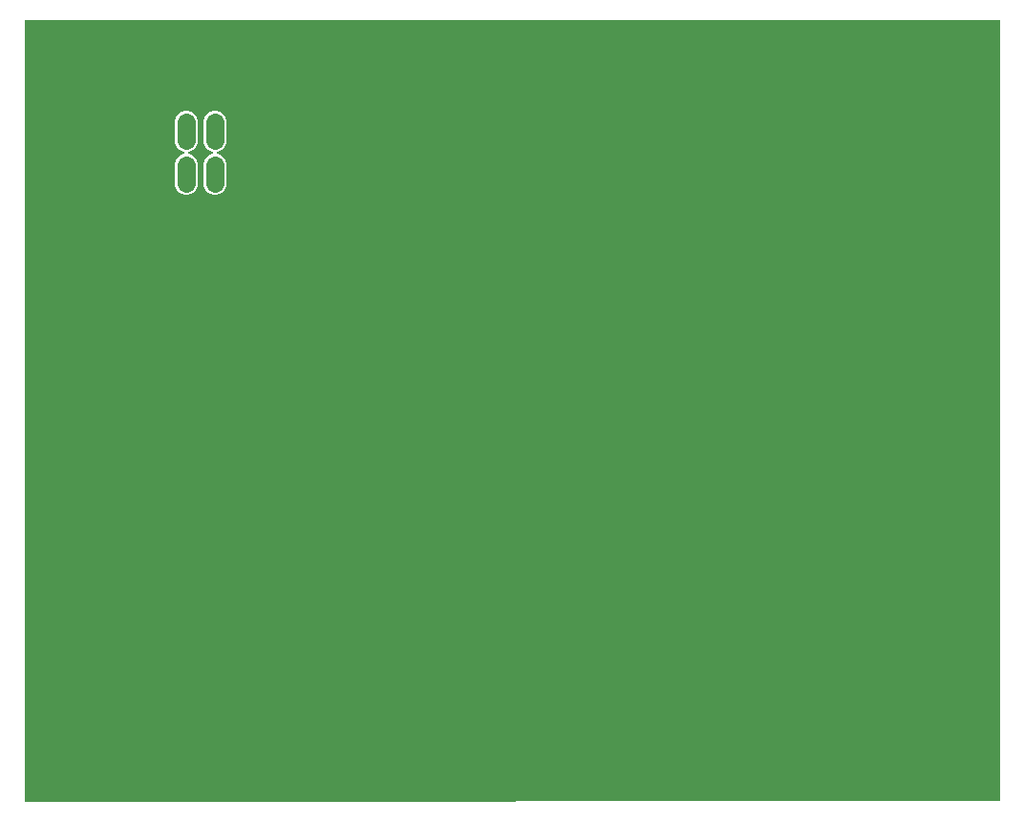
<source format=gbl>
G04 EAGLE Gerber RS-274X export*
G75*
%MOMM*%
%FSLAX34Y34*%
%LPD*%
%INBottom Copper*%
%IPPOS*%
%AMOC8*
5,1,8,0,0,1.08239X$1,22.5*%
G01*
%ADD10C,1.625600*%
%ADD11C,1.016000*%

G36*
X866394Y2591D02*
X866394Y2591D01*
X866452Y2599D01*
X866510Y2597D01*
X866592Y2619D01*
X866676Y2630D01*
X866729Y2654D01*
X866785Y2669D01*
X866858Y2712D01*
X866935Y2747D01*
X866980Y2784D01*
X867030Y2814D01*
X867088Y2876D01*
X867152Y2930D01*
X867184Y2979D01*
X867224Y3022D01*
X867263Y3097D01*
X867310Y3167D01*
X867327Y3223D01*
X867354Y3275D01*
X867365Y3343D01*
X867395Y3438D01*
X867398Y3538D01*
X867409Y3606D01*
X867409Y694894D01*
X867401Y694952D01*
X867403Y695010D01*
X867381Y695092D01*
X867369Y695175D01*
X867346Y695229D01*
X867331Y695285D01*
X867288Y695358D01*
X867253Y695435D01*
X867215Y695479D01*
X867185Y695530D01*
X867124Y695587D01*
X867070Y695652D01*
X867021Y695684D01*
X866978Y695724D01*
X866903Y695763D01*
X866833Y695809D01*
X866777Y695827D01*
X866725Y695854D01*
X866657Y695865D01*
X866562Y695895D01*
X866462Y695898D01*
X866394Y695909D01*
X3556Y695859D01*
X3498Y695851D01*
X3440Y695853D01*
X3358Y695831D01*
X3274Y695820D01*
X3221Y695796D01*
X3165Y695781D01*
X3092Y695738D01*
X3015Y695703D01*
X2970Y695666D01*
X2920Y695636D01*
X2862Y695574D01*
X2798Y695520D01*
X2766Y695471D01*
X2726Y695428D01*
X2687Y695353D01*
X2640Y695283D01*
X2623Y695227D01*
X2596Y695175D01*
X2585Y695107D01*
X2555Y695012D01*
X2552Y694912D01*
X2541Y694844D01*
X2541Y3556D01*
X2549Y3498D01*
X2547Y3440D01*
X2569Y3358D01*
X2581Y3275D01*
X2604Y3221D01*
X2619Y3165D01*
X2662Y3092D01*
X2697Y3015D01*
X2735Y2971D01*
X2765Y2920D01*
X2826Y2863D01*
X2880Y2798D01*
X2929Y2766D01*
X2972Y2726D01*
X3047Y2687D01*
X3117Y2641D01*
X3173Y2623D01*
X3225Y2596D01*
X3293Y2585D01*
X3388Y2555D01*
X3488Y2552D01*
X3556Y2541D01*
X866394Y2591D01*
G37*
%LPC*%
G36*
X169429Y540511D02*
X169429Y540511D01*
X165694Y542058D01*
X162836Y544916D01*
X161289Y548651D01*
X161289Y568949D01*
X162836Y572684D01*
X165694Y575542D01*
X169002Y576912D01*
X169028Y576927D01*
X169056Y576936D01*
X169150Y576999D01*
X169247Y577057D01*
X169267Y577078D01*
X169292Y577094D01*
X169365Y577181D01*
X169442Y577263D01*
X169456Y577289D01*
X169475Y577312D01*
X169521Y577415D01*
X169573Y577516D01*
X169578Y577545D01*
X169590Y577572D01*
X169606Y577684D01*
X169628Y577795D01*
X169625Y577824D01*
X169629Y577853D01*
X169613Y577965D01*
X169603Y578078D01*
X169593Y578105D01*
X169588Y578135D01*
X169542Y578238D01*
X169501Y578343D01*
X169483Y578367D01*
X169471Y578394D01*
X169398Y578480D01*
X169329Y578570D01*
X169306Y578588D01*
X169287Y578610D01*
X169221Y578652D01*
X169102Y578740D01*
X169043Y578762D01*
X169002Y578788D01*
X165694Y580158D01*
X162836Y583016D01*
X161289Y586751D01*
X161289Y607049D01*
X162836Y610784D01*
X165694Y613642D01*
X169429Y615189D01*
X173471Y615189D01*
X177206Y613642D01*
X180064Y610784D01*
X181611Y607049D01*
X181611Y586751D01*
X180064Y583016D01*
X177206Y580158D01*
X173898Y578788D01*
X173872Y578773D01*
X173844Y578764D01*
X173750Y578701D01*
X173653Y578643D01*
X173633Y578622D01*
X173608Y578606D01*
X173535Y578519D01*
X173458Y578437D01*
X173444Y578411D01*
X173425Y578388D01*
X173379Y578285D01*
X173327Y578184D01*
X173322Y578155D01*
X173310Y578128D01*
X173294Y578016D01*
X173272Y577905D01*
X173275Y577876D01*
X173271Y577847D01*
X173287Y577735D01*
X173297Y577622D01*
X173307Y577595D01*
X173312Y577566D01*
X173358Y577462D01*
X173399Y577357D01*
X173417Y577333D01*
X173429Y577306D01*
X173502Y577220D01*
X173570Y577130D01*
X173594Y577112D01*
X173613Y577090D01*
X173680Y577048D01*
X173798Y576960D01*
X173857Y576938D01*
X173898Y576912D01*
X177206Y575542D01*
X180064Y572684D01*
X181611Y568949D01*
X181611Y548651D01*
X180064Y544916D01*
X177206Y542058D01*
X173471Y540511D01*
X169429Y540511D01*
G37*
%LPD*%
%LPC*%
G36*
X144029Y540511D02*
X144029Y540511D01*
X140294Y542058D01*
X137436Y544916D01*
X135889Y548651D01*
X135889Y568949D01*
X137436Y572684D01*
X140294Y575542D01*
X143602Y576912D01*
X143628Y576927D01*
X143656Y576936D01*
X143750Y576999D01*
X143847Y577057D01*
X143867Y577078D01*
X143892Y577094D01*
X143965Y577181D01*
X144042Y577263D01*
X144056Y577289D01*
X144075Y577312D01*
X144121Y577415D01*
X144173Y577516D01*
X144178Y577545D01*
X144190Y577572D01*
X144206Y577684D01*
X144228Y577795D01*
X144225Y577824D01*
X144229Y577853D01*
X144213Y577965D01*
X144203Y578078D01*
X144193Y578105D01*
X144188Y578135D01*
X144142Y578238D01*
X144101Y578343D01*
X144083Y578367D01*
X144071Y578394D01*
X143998Y578480D01*
X143929Y578570D01*
X143906Y578588D01*
X143887Y578610D01*
X143821Y578652D01*
X143702Y578740D01*
X143643Y578762D01*
X143602Y578788D01*
X140294Y580158D01*
X137436Y583016D01*
X135889Y586751D01*
X135889Y607049D01*
X137436Y610784D01*
X140294Y613642D01*
X144029Y615189D01*
X148071Y615189D01*
X151806Y613642D01*
X154664Y610784D01*
X156211Y607049D01*
X156211Y586751D01*
X154664Y583016D01*
X151806Y580158D01*
X148498Y578788D01*
X148472Y578773D01*
X148444Y578764D01*
X148350Y578701D01*
X148253Y578643D01*
X148233Y578622D01*
X148208Y578606D01*
X148135Y578519D01*
X148058Y578437D01*
X148044Y578411D01*
X148025Y578388D01*
X147979Y578285D01*
X147927Y578184D01*
X147922Y578155D01*
X147910Y578128D01*
X147894Y578016D01*
X147872Y577905D01*
X147875Y577876D01*
X147871Y577847D01*
X147887Y577735D01*
X147897Y577622D01*
X147907Y577595D01*
X147912Y577566D01*
X147958Y577462D01*
X147999Y577357D01*
X148017Y577333D01*
X148029Y577306D01*
X148102Y577220D01*
X148170Y577130D01*
X148194Y577112D01*
X148213Y577090D01*
X148280Y577048D01*
X148398Y576960D01*
X148457Y576938D01*
X148498Y576912D01*
X151806Y575542D01*
X154664Y572684D01*
X156211Y568949D01*
X156211Y548651D01*
X154664Y544916D01*
X151806Y542058D01*
X148071Y540511D01*
X144029Y540511D01*
G37*
%LPD*%
D10*
X146050Y588772D02*
X146050Y605028D01*
X171450Y605028D02*
X171450Y588772D01*
X146050Y566928D02*
X146050Y550672D01*
X171450Y550672D02*
X171450Y566928D01*
D11*
X412750Y590550D03*
X711200Y381000D03*
X76200Y469900D03*
X50800Y50800D03*
X400050Y57150D03*
X558800Y44450D03*
X711200Y50800D03*
X374650Y184150D03*
X439928Y254000D03*
X406400Y381000D03*
X558800Y381000D03*
X546100Y450850D03*
X107950Y590550D03*
X247650Y615950D03*
X374650Y615950D03*
X19050Y596900D03*
M02*

</source>
